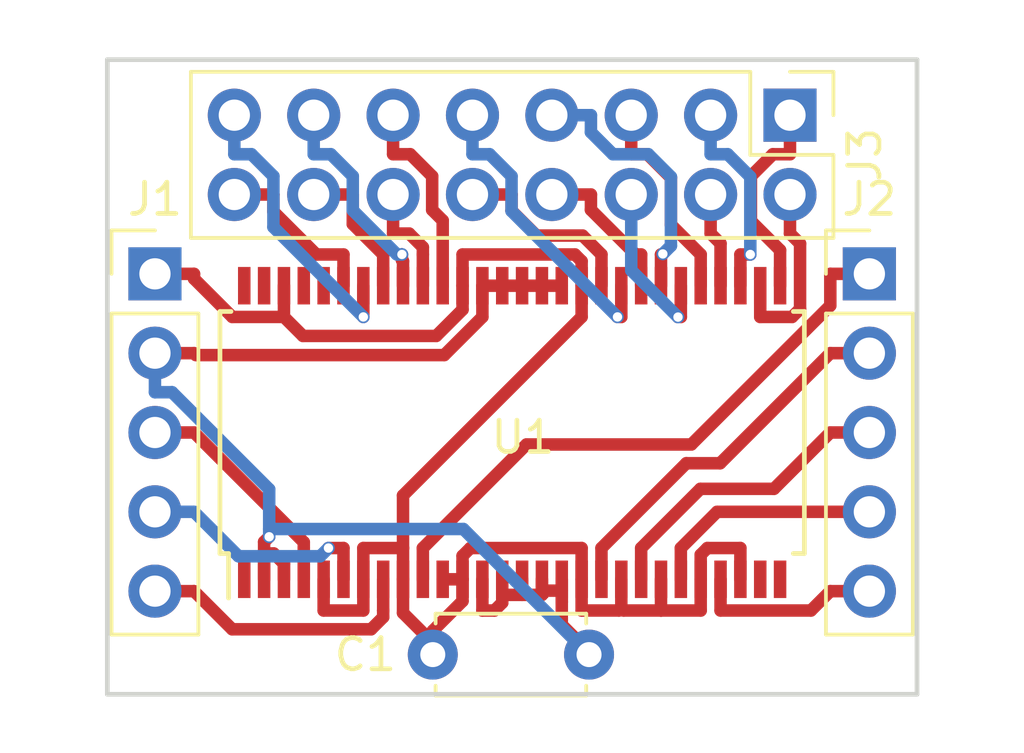
<source format=kicad_pcb>
(kicad_pcb (version 4) (host pcbnew 4.0.6)

  (general
    (links 51)
    (no_connects 0)
    (area 132.126667 91.486666 165.053334 115.907)
    (thickness 1.6)
    (drawings 4)
    (tracks 232)
    (zones 0)
    (modules 5)
    (nets 34)
  )

  (page A4)
  (layers
    (0 F.Cu signal)
    (31 B.Cu signal)
    (32 B.Adhes user)
    (33 F.Adhes user)
    (34 B.Paste user)
    (35 F.Paste user)
    (36 B.SilkS user)
    (37 F.SilkS user)
    (38 B.Mask user)
    (39 F.Mask user)
    (40 Dwgs.User user)
    (41 Cmts.User user)
    (42 Eco1.User user)
    (43 Eco2.User user)
    (44 Edge.Cuts user)
    (45 Margin user)
    (46 B.CrtYd user)
    (47 F.CrtYd user)
    (48 B.Fab user)
    (49 F.Fab user)
  )

  (setup
    (last_trace_width 0.4)
    (trace_clearance 0.2)
    (zone_clearance 0.508)
    (zone_45_only no)
    (trace_min 0.2)
    (segment_width 0.2)
    (edge_width 0.15)
    (via_size 0.4)
    (via_drill 0.3)
    (via_min_size 0.4)
    (via_min_drill 0.3)
    (uvia_size 0.3)
    (uvia_drill 0.1)
    (uvias_allowed no)
    (uvia_min_size 0.2)
    (uvia_min_drill 0.1)
    (pcb_text_width 0.3)
    (pcb_text_size 1.5 1.5)
    (mod_edge_width 0.15)
    (mod_text_size 1 1)
    (mod_text_width 0.15)
    (pad_size 1.524 1.524)
    (pad_drill 0.762)
    (pad_to_mask_clearance 0.2)
    (aux_axis_origin 0 0)
    (visible_elements FFFFFF7F)
    (pcbplotparams
      (layerselection 0x010f0_80000001)
      (usegerberextensions true)
      (excludeedgelayer true)
      (linewidth 0.100000)
      (plotframeref false)
      (viasonmask false)
      (mode 1)
      (useauxorigin false)
      (hpglpennumber 1)
      (hpglpenspeed 20)
      (hpglpendiameter 15)
      (hpglpenoverlay 2)
      (psnegative false)
      (psa4output false)
      (plotreference true)
      (plotvalue true)
      (plotinvisibletext false)
      (padsonsilk false)
      (subtractmaskfromsilk false)
      (outputformat 1)
      (mirror false)
      (drillshape 0)
      (scaleselection 1)
      (outputdirectory sn75lbc175n_breakout.gerbers/))
  )

  (net 0 "")
  (net 1 /VCC)
  (net 2 /GND)
  (net 3 /1A)
  (net 4 /2A)
  (net 5 /3A)
  (net 6 /4A)
  (net 7 /5A)
  (net 8 /6A)
  (net 9 /7A)
  (net 10 /8A)
  (net 11 /1B-)
  (net 12 /1B+)
  (net 13 /2B-)
  (net 14 /2B+)
  (net 15 /3B-)
  (net 16 /3B+)
  (net 17 /4B-)
  (net 18 /4B+)
  (net 19 /5B+)
  (net 20 /6B-)
  (net 21 /6B+)
  (net 22 /7B-)
  (net 23 /7B+)
  (net 24 "Net-(U1-Pad1)")
  (net 25 "Net-(U1-Pad27)")
  (net 26 "Net-(U1-Pad28)")
  (net 27 /5B-)
  (net 28 /8B-)
  (net 29 "Net-(U1-Pad52)")
  (net 30 "Net-(U1-Pad53)")
  (net 31 "Net-(U1-Pad55)")
  (net 32 "Net-(U1-Pad56)")
  (net 33 /8B+)

  (net_class Default "This is the default net class."
    (clearance 0.2)
    (trace_width 0.4)
    (via_dia 0.4)
    (via_drill 0.3)
    (uvia_dia 0.3)
    (uvia_drill 0.1)
    (add_net /1A)
    (add_net /1B+)
    (add_net /1B-)
    (add_net /2A)
    (add_net /2B+)
    (add_net /2B-)
    (add_net /3A)
    (add_net /3B+)
    (add_net /3B-)
    (add_net /4A)
    (add_net /4B+)
    (add_net /4B-)
    (add_net /5A)
    (add_net /5B+)
    (add_net /5B-)
    (add_net /6A)
    (add_net /6B+)
    (add_net /6B-)
    (add_net /7A)
    (add_net /7B+)
    (add_net /7B-)
    (add_net /8A)
    (add_net /8B+)
    (add_net /8B-)
    (add_net /GND)
    (add_net /VCC)
    (add_net "Net-(U1-Pad1)")
    (add_net "Net-(U1-Pad27)")
    (add_net "Net-(U1-Pad28)")
    (add_net "Net-(U1-Pad52)")
    (add_net "Net-(U1-Pad53)")
    (add_net "Net-(U1-Pad55)")
    (add_net "Net-(U1-Pad56)")
  )

  (module Housings_SSOP:SSOP-56_7.5x18.5mm_Pitch0.635mm (layer F.Cu) (tedit 59066A0C) (tstamp 59065B67)
    (at 148.59 105.41 90)
    (descr "SSOP56: plastic shrink small outline package; 56 leads; body width 7.5 mm; (see NXP SSOP-TSSOP-VSO-REFLOW.pdf and sot371-1_po.pdf)")
    (tags "SSOP 0.635")
    (path /5904BED1)
    (attr smd)
    (fp_text reference U1 (at -0.152 0.343 180) (layer F.SilkS)
      (effects (font (size 1 1) (thickness 0.15)))
    )
    (fp_text value sn75lbc978 (at 0 10.275 90) (layer F.Fab)
      (effects (font (size 1 1) (thickness 0.15)))
    )
    (fp_line (start -2.75 -9.25) (end 3.75 -9.25) (layer F.Fab) (width 0.15))
    (fp_line (start 3.75 -9.25) (end 3.75 9.25) (layer F.Fab) (width 0.15))
    (fp_line (start 3.75 9.25) (end -3.75 9.25) (layer F.Fab) (width 0.15))
    (fp_line (start -3.75 9.25) (end -3.75 -8.25) (layer F.Fab) (width 0.15))
    (fp_line (start -3.75 -8.25) (end -2.75 -9.25) (layer F.Fab) (width 0.15))
    (fp_line (start -5.55 -9.55) (end -5.55 9.55) (layer F.CrtYd) (width 0.05))
    (fp_line (start 5.55 -9.55) (end 5.55 9.55) (layer F.CrtYd) (width 0.05))
    (fp_line (start -5.55 -9.55) (end 5.55 -9.55) (layer F.CrtYd) (width 0.05))
    (fp_line (start -5.55 9.55) (end 5.55 9.55) (layer F.CrtYd) (width 0.05))
    (fp_line (start -3.875 -9.35) (end -3.875 -9.075) (layer F.SilkS) (width 0.15))
    (fp_line (start 3.875 -9.35) (end 3.875 -8.9975) (layer F.SilkS) (width 0.15))
    (fp_line (start 3.875 9.35) (end 3.875 8.9975) (layer F.SilkS) (width 0.15))
    (fp_line (start -3.875 9.35) (end -3.875 8.9975) (layer F.SilkS) (width 0.15))
    (fp_line (start -3.875 -9.35) (end 3.875 -9.35) (layer F.SilkS) (width 0.15))
    (fp_line (start -3.875 9.35) (end 3.875 9.35) (layer F.SilkS) (width 0.15))
    (fp_line (start -3.875 -9.075) (end -5.3 -9.075) (layer F.SilkS) (width 0.15))
    (pad 1 smd rect (at -4.7 -8.5725 90) (size 1.2 0.4) (layers F.Cu F.Paste F.Mask)
      (net 24 "Net-(U1-Pad1)"))
    (pad 2 smd rect (at -4.7 -7.9375 90) (size 1.2 0.4) (layers F.Cu F.Paste F.Mask)
      (net 2 /GND))
    (pad 3 smd rect (at -4.7 -7.3025 90) (size 1.2 0.4) (layers F.Cu F.Paste F.Mask)
      (net 2 /GND))
    (pad 4 smd rect (at -4.7 -6.6675 90) (size 1.2 0.4) (layers F.Cu F.Paste F.Mask)
      (net 3 /1A))
    (pad 5 smd rect (at -4.7 -6.0325 90) (size 1.2 0.4) (layers F.Cu F.Paste F.Mask)
      (net 1 /VCC))
    (pad 6 smd rect (at -4.7 -5.3975 90) (size 1.2 0.4) (layers F.Cu F.Paste F.Mask)
      (net 4 /2A))
    (pad 7 smd rect (at -4.7 -4.7625 90) (size 1.2 0.4) (layers F.Cu F.Paste F.Mask)
      (net 1 /VCC))
    (pad 8 smd rect (at -4.7 -4.1275 90) (size 1.2 0.4) (layers F.Cu F.Paste F.Mask)
      (net 5 /3A))
    (pad 9 smd rect (at -4.7 -3.4925 90) (size 1.2 0.4) (layers F.Cu F.Paste F.Mask)
      (net 1 /VCC))
    (pad 10 smd rect (at -4.7 -2.8575 90) (size 1.2 0.4) (layers F.Cu F.Paste F.Mask)
      (net 6 /4A))
    (pad 11 smd rect (at -4.7 -2.2225 90) (size 1.2 0.4) (layers F.Cu F.Paste F.Mask)
      (net 1 /VCC))
    (pad 12 smd rect (at -4.7 -1.5875 90) (size 1.2 0.4) (layers F.Cu F.Paste F.Mask)
      (net 1 /VCC))
    (pad 13 smd rect (at -4.7 -0.9525 90) (size 1.2 0.4) (layers F.Cu F.Paste F.Mask)
      (net 2 /GND))
    (pad 14 smd rect (at -4.7 -0.3175 90) (size 1.2 0.4) (layers F.Cu F.Paste F.Mask)
      (net 2 /GND))
    (pad 15 smd rect (at -4.7 0.3175 90) (size 1.2 0.4) (layers F.Cu F.Paste F.Mask)
      (net 2 /GND))
    (pad 16 smd rect (at -4.7 0.9525 90) (size 1.2 0.4) (layers F.Cu F.Paste F.Mask)
      (net 2 /GND))
    (pad 17 smd rect (at -4.7 1.5875 90) (size 1.2 0.4) (layers F.Cu F.Paste F.Mask)
      (net 2 /GND))
    (pad 18 smd rect (at -4.7 2.2225 90) (size 1.2 0.4) (layers F.Cu F.Paste F.Mask)
      (net 1 /VCC))
    (pad 19 smd rect (at -4.7 2.8575 90) (size 1.2 0.4) (layers F.Cu F.Paste F.Mask)
      (net 7 /5A))
    (pad 20 smd rect (at -4.7 3.4925 90) (size 1.2 0.4) (layers F.Cu F.Paste F.Mask)
      (net 1 /VCC))
    (pad 21 smd rect (at -4.7 4.1275 90) (size 1.2 0.4) (layers F.Cu F.Paste F.Mask)
      (net 8 /6A))
    (pad 22 smd rect (at -4.7 4.7625 90) (size 1.2 0.4) (layers F.Cu F.Paste F.Mask)
      (net 1 /VCC))
    (pad 23 smd rect (at -4.7 5.3975 90) (size 1.2 0.4) (layers F.Cu F.Paste F.Mask)
      (net 9 /7A))
    (pad 24 smd rect (at -4.7 6.0325 90) (size 1.2 0.4) (layers F.Cu F.Paste F.Mask)
      (net 1 /VCC))
    (pad 25 smd rect (at -4.7 6.6675 90) (size 1.2 0.4) (layers F.Cu F.Paste F.Mask)
      (net 10 /8A))
    (pad 26 smd rect (at -4.7 7.3025 90) (size 1.2 0.4) (layers F.Cu F.Paste F.Mask)
      (net 1 /VCC))
    (pad 27 smd rect (at -4.7 7.9375 90) (size 1.2 0.4) (layers F.Cu F.Paste F.Mask)
      (net 25 "Net-(U1-Pad27)"))
    (pad 28 smd rect (at -4.7 8.5725 90) (size 1.2 0.4) (layers F.Cu F.Paste F.Mask)
      (net 26 "Net-(U1-Pad28)"))
    (pad 29 smd rect (at 4.7 8.5725 90) (size 1.2 0.4) (layers F.Cu F.Paste F.Mask)
      (net 11 /1B-))
    (pad 30 smd rect (at 4.7 7.9375 90) (size 1.2 0.4) (layers F.Cu F.Paste F.Mask)
      (net 12 /1B+))
    (pad 31 smd rect (at 4.7 7.3025 90) (size 1.2 0.4) (layers F.Cu F.Paste F.Mask)
      (net 13 /2B-))
    (pad 32 smd rect (at 4.7 6.6675 90) (size 1.2 0.4) (layers F.Cu F.Paste F.Mask)
      (net 14 /2B+))
    (pad 33 smd rect (at 4.7 6.0325 90) (size 1.2 0.4) (layers F.Cu F.Paste F.Mask)
      (net 15 /3B-))
    (pad 34 smd rect (at 4.7 5.3975 90) (size 1.2 0.4) (layers F.Cu F.Paste F.Mask)
      (net 16 /3B+))
    (pad 35 smd rect (at 4.7 4.7625 90) (size 1.2 0.4) (layers F.Cu F.Paste F.Mask)
      (net 17 /4B-))
    (pad 36 smd rect (at 4.7 4.1275 90) (size 1.2 0.4) (layers F.Cu F.Paste F.Mask)
      (net 18 /4B+))
    (pad 37 smd rect (at 4.7 3.4925 90) (size 1.2 0.4) (layers F.Cu F.Paste F.Mask)
      (net 27 /5B-))
    (pad 38 smd rect (at 4.7 2.8575 90) (size 1.2 0.4) (layers F.Cu F.Paste F.Mask)
      (net 19 /5B+))
    (pad 39 smd rect (at 4.7 2.2225 90) (size 1.2 0.4) (layers F.Cu F.Paste F.Mask)
      (net 1 /VCC))
    (pad 40 smd rect (at 4.7 1.5875 90) (size 1.2 0.4) (layers F.Cu F.Paste F.Mask)
      (net 2 /GND))
    (pad 41 smd rect (at 4.7 0.9525 90) (size 1.2 0.4) (layers F.Cu F.Paste F.Mask)
      (net 2 /GND))
    (pad 42 smd rect (at 4.7 0.3175 90) (size 1.2 0.4) (layers F.Cu F.Paste F.Mask)
      (net 2 /GND))
    (pad 43 smd rect (at 4.7 -0.3175 90) (size 1.2 0.4) (layers F.Cu F.Paste F.Mask)
      (net 2 /GND))
    (pad 44 smd rect (at 4.7 -0.9525 90) (size 1.2 0.4) (layers F.Cu F.Paste F.Mask)
      (net 2 /GND))
    (pad 45 smd rect (at 4.7 -1.5875 90) (size 1.2 0.4) (layers F.Cu F.Paste F.Mask)
      (net 1 /VCC))
    (pad 46 smd rect (at 4.7 -2.2225 90) (size 1.2 0.4) (layers F.Cu F.Paste F.Mask)
      (net 20 /6B-))
    (pad 47 smd rect (at 4.7 -2.8575 90) (size 1.2 0.4) (layers F.Cu F.Paste F.Mask)
      (net 21 /6B+))
    (pad 48 smd rect (at 4.7 -3.4925 90) (size 1.2 0.4) (layers F.Cu F.Paste F.Mask)
      (net 22 /7B-))
    (pad 49 smd rect (at 4.7 -4.1275 90) (size 1.2 0.4) (layers F.Cu F.Paste F.Mask)
      (net 23 /7B+))
    (pad 50 smd rect (at 4.7 -4.7625 90) (size 1.2 0.4) (layers F.Cu F.Paste F.Mask)
      (net 28 /8B-))
    (pad 51 smd rect (at 4.7 -5.3975 90) (size 1.2 0.4) (layers F.Cu F.Paste F.Mask)
      (net 33 /8B+))
    (pad 52 smd rect (at 4.7 -6.0325 90) (size 1.2 0.4) (layers F.Cu F.Paste F.Mask)
      (net 29 "Net-(U1-Pad52)"))
    (pad 53 smd rect (at 4.7 -6.6675 90) (size 1.2 0.4) (layers F.Cu F.Paste F.Mask)
      (net 30 "Net-(U1-Pad53)"))
    (pad 54 smd rect (at 4.7 -7.3025 90) (size 1.2 0.4) (layers F.Cu F.Paste F.Mask)
      (net 1 /VCC))
    (pad 55 smd rect (at 4.7 -7.9375 90) (size 1.2 0.4) (layers F.Cu F.Paste F.Mask)
      (net 31 "Net-(U1-Pad55)"))
    (pad 56 smd rect (at 4.7 -8.5725 90) (size 1.2 0.4) (layers F.Cu F.Paste F.Mask)
      (net 32 "Net-(U1-Pad56)"))
    (model Housings_SSOP.3dshapes/SSOP-56_7.5x18.5mm_Pitch0.635mm.wrl
      (at (xyz 0 0 0))
      (scale (xyz 1 1 1))
      (rotate (xyz 0 0 0))
    )
  )

  (module Capacitors_THT:C_Disc_D4.7mm_W2.5mm_P5.00mm (layer F.Cu) (tedit 59066A13) (tstamp 59066575)
    (at 146.05 112.522)
    (descr "C, Disc series, Radial, pin pitch=5.00mm, , diameter*width=4.7*2.5mm^2, Capacitor, http://www.vishay.com/docs/45233/krseries.pdf")
    (tags "C Disc series Radial pin pitch 5.00mm  diameter 4.7mm width 2.5mm Capacitor")
    (path /590669E9)
    (fp_text reference C1 (at -2.159 0) (layer F.SilkS)
      (effects (font (size 1 1) (thickness 0.15)))
    )
    (fp_text value C (at 2.5 2.31) (layer F.Fab)
      (effects (font (size 1 1) (thickness 0.15)))
    )
    (fp_line (start 0.15 -1.25) (end 0.15 1.25) (layer F.Fab) (width 0.1))
    (fp_line (start 0.15 1.25) (end 4.85 1.25) (layer F.Fab) (width 0.1))
    (fp_line (start 4.85 1.25) (end 4.85 -1.25) (layer F.Fab) (width 0.1))
    (fp_line (start 4.85 -1.25) (end 0.15 -1.25) (layer F.Fab) (width 0.1))
    (fp_line (start 0.09 -1.31) (end 4.91 -1.31) (layer F.SilkS) (width 0.12))
    (fp_line (start 0.09 1.31) (end 4.91 1.31) (layer F.SilkS) (width 0.12))
    (fp_line (start 0.09 -1.31) (end 0.09 -0.996) (layer F.SilkS) (width 0.12))
    (fp_line (start 0.09 0.996) (end 0.09 1.31) (layer F.SilkS) (width 0.12))
    (fp_line (start 4.91 -1.31) (end 4.91 -0.996) (layer F.SilkS) (width 0.12))
    (fp_line (start 4.91 0.996) (end 4.91 1.31) (layer F.SilkS) (width 0.12))
    (fp_line (start -1.05 -1.6) (end -1.05 1.6) (layer F.CrtYd) (width 0.05))
    (fp_line (start -1.05 1.6) (end 6.05 1.6) (layer F.CrtYd) (width 0.05))
    (fp_line (start 6.05 1.6) (end 6.05 -1.6) (layer F.CrtYd) (width 0.05))
    (fp_line (start 6.05 -1.6) (end -1.05 -1.6) (layer F.CrtYd) (width 0.05))
    (pad 1 thru_hole circle (at 0 0) (size 1.6 1.6) (drill 0.8) (layers *.Cu *.Mask)
      (net 1 /VCC))
    (pad 2 thru_hole circle (at 5 0) (size 1.6 1.6) (drill 0.8) (layers *.Cu *.Mask)
      (net 2 /GND))
    (model Capacitors_THT.3dshapes/C_Disc_D4.7mm_W2.5mm_P5.00mm.wrl
      (at (xyz 0 0 0))
      (scale (xyz 0.393701 0.393701 0.393701))
      (rotate (xyz 0 0 0))
    )
  )

  (module Pin_Headers:Pin_Header_Straight_1x05_Pitch2.54mm (layer F.Cu) (tedit 5862ED52) (tstamp 59066942)
    (at 137.16 100.33)
    (descr "Through hole straight pin header, 1x05, 2.54mm pitch, single row")
    (tags "Through hole pin header THT 1x05 2.54mm single row")
    (path /5906745F)
    (fp_text reference J1 (at 0 -2.39) (layer F.SilkS)
      (effects (font (size 1 1) (thickness 0.15)))
    )
    (fp_text value CONN_01X05 (at 0 12.55) (layer F.Fab)
      (effects (font (size 1 1) (thickness 0.15)))
    )
    (fp_line (start -1.27 -1.27) (end -1.27 11.43) (layer F.Fab) (width 0.1))
    (fp_line (start -1.27 11.43) (end 1.27 11.43) (layer F.Fab) (width 0.1))
    (fp_line (start 1.27 11.43) (end 1.27 -1.27) (layer F.Fab) (width 0.1))
    (fp_line (start 1.27 -1.27) (end -1.27 -1.27) (layer F.Fab) (width 0.1))
    (fp_line (start -1.39 1.27) (end -1.39 11.55) (layer F.SilkS) (width 0.12))
    (fp_line (start -1.39 11.55) (end 1.39 11.55) (layer F.SilkS) (width 0.12))
    (fp_line (start 1.39 11.55) (end 1.39 1.27) (layer F.SilkS) (width 0.12))
    (fp_line (start 1.39 1.27) (end -1.39 1.27) (layer F.SilkS) (width 0.12))
    (fp_line (start -1.39 0) (end -1.39 -1.39) (layer F.SilkS) (width 0.12))
    (fp_line (start -1.39 -1.39) (end 0 -1.39) (layer F.SilkS) (width 0.12))
    (fp_line (start -1.6 -1.6) (end -1.6 11.7) (layer F.CrtYd) (width 0.05))
    (fp_line (start -1.6 11.7) (end 1.6 11.7) (layer F.CrtYd) (width 0.05))
    (fp_line (start 1.6 11.7) (end 1.6 -1.6) (layer F.CrtYd) (width 0.05))
    (fp_line (start 1.6 -1.6) (end -1.6 -1.6) (layer F.CrtYd) (width 0.05))
    (pad 1 thru_hole rect (at 0 0) (size 1.7 1.7) (drill 1) (layers *.Cu *.Mask)
      (net 1 /VCC))
    (pad 2 thru_hole oval (at 0 2.54) (size 1.7 1.7) (drill 1) (layers *.Cu *.Mask)
      (net 2 /GND))
    (pad 3 thru_hole oval (at 0 5.08) (size 1.7 1.7) (drill 1) (layers *.Cu *.Mask)
      (net 3 /1A))
    (pad 4 thru_hole oval (at 0 7.62) (size 1.7 1.7) (drill 1) (layers *.Cu *.Mask)
      (net 4 /2A))
    (pad 5 thru_hole oval (at 0 10.16) (size 1.7 1.7) (drill 1) (layers *.Cu *.Mask)
      (net 5 /3A))
    (model Pin_Headers.3dshapes/Pin_Header_Straight_1x05_Pitch2.54mm.wrl
      (at (xyz 0 -0.2 0))
      (scale (xyz 1 1 1))
      (rotate (xyz 0 0 90))
    )
  )

  (module Pin_Headers:Pin_Header_Straight_1x05_Pitch2.54mm (layer F.Cu) (tedit 5862ED52) (tstamp 5906694B)
    (at 160.02 100.33)
    (descr "Through hole straight pin header, 1x05, 2.54mm pitch, single row")
    (tags "Through hole pin header THT 1x05 2.54mm single row")
    (path /590674C6)
    (fp_text reference J2 (at 0 -2.39) (layer F.SilkS)
      (effects (font (size 1 1) (thickness 0.15)))
    )
    (fp_text value CONN_01X05 (at 0 12.55) (layer F.Fab)
      (effects (font (size 1 1) (thickness 0.15)))
    )
    (fp_line (start -1.27 -1.27) (end -1.27 11.43) (layer F.Fab) (width 0.1))
    (fp_line (start -1.27 11.43) (end 1.27 11.43) (layer F.Fab) (width 0.1))
    (fp_line (start 1.27 11.43) (end 1.27 -1.27) (layer F.Fab) (width 0.1))
    (fp_line (start 1.27 -1.27) (end -1.27 -1.27) (layer F.Fab) (width 0.1))
    (fp_line (start -1.39 1.27) (end -1.39 11.55) (layer F.SilkS) (width 0.12))
    (fp_line (start -1.39 11.55) (end 1.39 11.55) (layer F.SilkS) (width 0.12))
    (fp_line (start 1.39 11.55) (end 1.39 1.27) (layer F.SilkS) (width 0.12))
    (fp_line (start 1.39 1.27) (end -1.39 1.27) (layer F.SilkS) (width 0.12))
    (fp_line (start -1.39 0) (end -1.39 -1.39) (layer F.SilkS) (width 0.12))
    (fp_line (start -1.39 -1.39) (end 0 -1.39) (layer F.SilkS) (width 0.12))
    (fp_line (start -1.6 -1.6) (end -1.6 11.7) (layer F.CrtYd) (width 0.05))
    (fp_line (start -1.6 11.7) (end 1.6 11.7) (layer F.CrtYd) (width 0.05))
    (fp_line (start 1.6 11.7) (end 1.6 -1.6) (layer F.CrtYd) (width 0.05))
    (fp_line (start 1.6 -1.6) (end -1.6 -1.6) (layer F.CrtYd) (width 0.05))
    (pad 1 thru_hole rect (at 0 0) (size 1.7 1.7) (drill 1) (layers *.Cu *.Mask)
      (net 6 /4A))
    (pad 2 thru_hole oval (at 0 2.54) (size 1.7 1.7) (drill 1) (layers *.Cu *.Mask)
      (net 7 /5A))
    (pad 3 thru_hole oval (at 0 5.08) (size 1.7 1.7) (drill 1) (layers *.Cu *.Mask)
      (net 8 /6A))
    (pad 4 thru_hole oval (at 0 7.62) (size 1.7 1.7) (drill 1) (layers *.Cu *.Mask)
      (net 9 /7A))
    (pad 5 thru_hole oval (at 0 10.16) (size 1.7 1.7) (drill 1) (layers *.Cu *.Mask)
      (net 10 /8A))
    (model Pin_Headers.3dshapes/Pin_Header_Straight_1x05_Pitch2.54mm.wrl
      (at (xyz 0 -0.2 0))
      (scale (xyz 1 1 1))
      (rotate (xyz 0 0 90))
    )
  )

  (module Pin_Headers:Pin_Header_Straight_2x08_Pitch2.54mm (layer F.Cu) (tedit 5862ED53) (tstamp 5906695F)
    (at 157.48 95.25 270)
    (descr "Through hole straight pin header, 2x08, 2.54mm pitch, double rows")
    (tags "Through hole pin header THT 2x08 2.54mm double row")
    (path /5906733E)
    (fp_text reference J3 (at 1.27 -2.39 270) (layer F.SilkS)
      (effects (font (size 1 1) (thickness 0.15)))
    )
    (fp_text value CONN_02X08 (at 1.27 20.17 270) (layer F.Fab)
      (effects (font (size 1 1) (thickness 0.15)))
    )
    (fp_line (start -1.27 -1.27) (end -1.27 19.05) (layer F.Fab) (width 0.1))
    (fp_line (start -1.27 19.05) (end 3.81 19.05) (layer F.Fab) (width 0.1))
    (fp_line (start 3.81 19.05) (end 3.81 -1.27) (layer F.Fab) (width 0.1))
    (fp_line (start 3.81 -1.27) (end -1.27 -1.27) (layer F.Fab) (width 0.1))
    (fp_line (start -1.39 1.27) (end -1.39 19.17) (layer F.SilkS) (width 0.12))
    (fp_line (start -1.39 19.17) (end 3.93 19.17) (layer F.SilkS) (width 0.12))
    (fp_line (start 3.93 19.17) (end 3.93 -1.39) (layer F.SilkS) (width 0.12))
    (fp_line (start 3.93 -1.39) (end 1.27 -1.39) (layer F.SilkS) (width 0.12))
    (fp_line (start 1.27 -1.39) (end 1.27 1.27) (layer F.SilkS) (width 0.12))
    (fp_line (start 1.27 1.27) (end -1.39 1.27) (layer F.SilkS) (width 0.12))
    (fp_line (start -1.39 0) (end -1.39 -1.39) (layer F.SilkS) (width 0.12))
    (fp_line (start -1.39 -1.39) (end 0 -1.39) (layer F.SilkS) (width 0.12))
    (fp_line (start -1.6 -1.6) (end -1.6 19.3) (layer F.CrtYd) (width 0.05))
    (fp_line (start -1.6 19.3) (end 4.1 19.3) (layer F.CrtYd) (width 0.05))
    (fp_line (start 4.1 19.3) (end 4.1 -1.6) (layer F.CrtYd) (width 0.05))
    (fp_line (start 4.1 -1.6) (end -1.6 -1.6) (layer F.CrtYd) (width 0.05))
    (pad 1 thru_hole rect (at 0 0 270) (size 1.7 1.7) (drill 1) (layers *.Cu *.Mask)
      (net 11 /1B-))
    (pad 2 thru_hole oval (at 2.54 0 270) (size 1.7 1.7) (drill 1) (layers *.Cu *.Mask)
      (net 12 /1B+))
    (pad 3 thru_hole oval (at 0 2.54 270) (size 1.7 1.7) (drill 1) (layers *.Cu *.Mask)
      (net 13 /2B-))
    (pad 4 thru_hole oval (at 2.54 2.54 270) (size 1.7 1.7) (drill 1) (layers *.Cu *.Mask)
      (net 14 /2B+))
    (pad 5 thru_hole oval (at 0 5.08 270) (size 1.7 1.7) (drill 1) (layers *.Cu *.Mask)
      (net 15 /3B-))
    (pad 6 thru_hole oval (at 2.54 5.08 270) (size 1.7 1.7) (drill 1) (layers *.Cu *.Mask)
      (net 16 /3B+))
    (pad 7 thru_hole oval (at 0 7.62 270) (size 1.7 1.7) (drill 1) (layers *.Cu *.Mask)
      (net 17 /4B-))
    (pad 8 thru_hole oval (at 2.54 7.62 270) (size 1.7 1.7) (drill 1) (layers *.Cu *.Mask)
      (net 18 /4B+))
    (pad 9 thru_hole oval (at 0 10.16 270) (size 1.7 1.7) (drill 1) (layers *.Cu *.Mask)
      (net 27 /5B-))
    (pad 10 thru_hole oval (at 2.54 10.16 270) (size 1.7 1.7) (drill 1) (layers *.Cu *.Mask)
      (net 19 /5B+))
    (pad 11 thru_hole oval (at 0 12.7 270) (size 1.7 1.7) (drill 1) (layers *.Cu *.Mask)
      (net 20 /6B-))
    (pad 12 thru_hole oval (at 2.54 12.7 270) (size 1.7 1.7) (drill 1) (layers *.Cu *.Mask)
      (net 21 /6B+))
    (pad 13 thru_hole oval (at 0 15.24 270) (size 1.7 1.7) (drill 1) (layers *.Cu *.Mask)
      (net 22 /7B-))
    (pad 14 thru_hole oval (at 2.54 15.24 270) (size 1.7 1.7) (drill 1) (layers *.Cu *.Mask)
      (net 23 /7B+))
    (pad 15 thru_hole oval (at 0 17.78 270) (size 1.7 1.7) (drill 1) (layers *.Cu *.Mask)
      (net 28 /8B-))
    (pad 16 thru_hole oval (at 2.54 17.78 270) (size 1.7 1.7) (drill 1) (layers *.Cu *.Mask)
      (net 33 /8B+))
    (model Pin_Headers.3dshapes/Pin_Header_Straight_2x08_Pitch2.54mm.wrl
      (at (xyz 0.05 -0.35 0))
      (scale (xyz 1 1 1))
      (rotate (xyz 0 0 90))
    )
  )

  (gr_line (start 135.636 113.792) (end 135.636 93.472) (angle 90) (layer Edge.Cuts) (width 0.15))
  (gr_line (start 161.544 113.792) (end 135.636 113.792) (angle 90) (layer Edge.Cuts) (width 0.15))
  (gr_line (start 161.544 93.472) (end 161.544 113.792) (angle 90) (layer Edge.Cuts) (width 0.15))
  (gr_line (start 135.636 93.472) (end 161.544 93.472) (angle 90) (layer Edge.Cuts) (width 0.15))

  (segment (start 155.8925 110.11) (end 155.8925 109.1097) (width 0.4) (layer F.Cu) (net 1))
  (segment (start 152.0825 110.11) (end 152.0825 110.9602) (width 0.4) (layer F.Cu) (net 1))
  (segment (start 150.8125 110.11) (end 150.8125 111.1103) (width 0.4) (layer F.Cu) (net 1))
  (segment (start 146.05 112.522) (end 146.05 112.141) (width 0.4) (layer F.Cu) (net 1))
  (segment (start 143.8275 111.1103) (end 142.5575 111.1103) (width 0.4) (layer F.Cu) (net 1))
  (segment (start 143.8275 110.11) (end 143.8275 111.1103) (width 0.4) (layer F.Cu) (net 1))
  (segment (start 142.5575 110.11) (end 142.5575 111.1103) (width 0.4) (layer F.Cu) (net 1))
  (segment (start 147.002 110.808) (end 147.002 110.11) (width 0.4) (layer F.Cu) (net 1))
  (segment (start 146.05 111.76) (end 147.002 110.808) (width 0.4) (layer F.Cu) (net 1))
  (segment (start 146.05 112.141) (end 146.05 111.76) (width 0.4) (layer F.Cu) (net 1))
  (segment (start 150.8125 110.11) (end 150.8125 109.1097) (width 0.4) (layer F.Cu) (net 1))
  (segment (start 147.252 109.1097) (end 150.8125 109.1097) (width 0.4) (layer F.Cu) (net 1))
  (segment (start 147.002 109.3597) (end 147.252 109.1097) (width 0.4) (layer F.Cu) (net 1))
  (segment (start 147.002 110.11) (end 147.002 109.3597) (width 0.4) (layer F.Cu) (net 1))
  (segment (start 146.3675 110.11) (end 147.002 110.11) (width 0.4) (layer F.Cu) (net 1))
  (segment (start 147.002 110.11) (end 147.0025 110.11) (width 0.4) (layer F.Cu) (net 1))
  (segment (start 153.3525 110.11) (end 153.3525 111.1103) (width 0.4) (layer F.Cu) (net 1))
  (segment (start 152.1576 111.1103) (end 153.3525 111.1103) (width 0.4) (layer F.Cu) (net 1))
  (segment (start 152.0825 111.0352) (end 152.1576 111.1103) (width 0.4) (layer F.Cu) (net 1))
  (segment (start 152.0825 110.9602) (end 152.0825 111.0352) (width 0.4) (layer F.Cu) (net 1))
  (segment (start 152.0074 111.1103) (end 150.8125 111.1103) (width 0.4) (layer F.Cu) (net 1))
  (segment (start 152.0825 111.0352) (end 152.0074 111.1103) (width 0.4) (layer F.Cu) (net 1))
  (segment (start 154.6225 109.3238) (end 154.6225 110.11) (width 0.4) (layer F.Cu) (net 1))
  (segment (start 154.8366 109.1097) (end 154.6225 109.3238) (width 0.4) (layer F.Cu) (net 1))
  (segment (start 155.8925 109.1097) (end 154.8366 109.1097) (width 0.4) (layer F.Cu) (net 1))
  (segment (start 154.6225 111.1103) (end 153.3525 111.1103) (width 0.4) (layer F.Cu) (net 1))
  (segment (start 154.6225 110.11) (end 154.6225 111.1103) (width 0.4) (layer F.Cu) (net 1))
  (segment (start 141.8948 102.3176) (end 141.2875 101.7103) (width 0.4) (layer F.Cu) (net 1))
  (segment (start 146.1607 102.3176) (end 141.8948 102.3176) (width 0.4) (layer F.Cu) (net 1))
  (segment (start 147.0025 101.4758) (end 146.1607 102.3176) (width 0.4) (layer F.Cu) (net 1))
  (segment (start 147.0025 100.71) (end 147.0025 101.4758) (width 0.4) (layer F.Cu) (net 1))
  (segment (start 141.2875 100.71) (end 141.2875 101.7103) (width 0.4) (layer F.Cu) (net 1))
  (segment (start 139.6343 101.7103) (end 141.2875 101.7103) (width 0.4) (layer F.Cu) (net 1))
  (segment (start 138.4103 100.4863) (end 139.6343 101.7103) (width 0.4) (layer F.Cu) (net 1))
  (segment (start 138.4103 100.33) (end 138.4103 100.4863) (width 0.4) (layer F.Cu) (net 1))
  (segment (start 137.16 100.33) (end 138.4103 100.33) (width 0.4) (layer F.Cu) (net 1))
  (segment (start 147.0025 100.71) (end 147.0025 99.7097) (width 0.4) (layer F.Cu) (net 1))
  (segment (start 145.0975 111.1885) (end 145.0975 110.11) (width 0.4) (layer F.Cu) (net 1))
  (segment (start 146.05 112.141) (end 145.0975 111.1885) (width 0.4) (layer F.Cu) (net 1))
  (segment (start 145.0975 109.1097) (end 143.8275 109.1097) (width 0.4) (layer F.Cu) (net 1))
  (segment (start 145.0975 110.11) (end 145.0975 109.1097) (width 0.4) (layer F.Cu) (net 1))
  (segment (start 143.8275 110.11) (end 143.8275 109.1097) (width 0.4) (layer F.Cu) (net 1))
  (segment (start 150.8125 99.9238) (end 150.8125 100.71) (width 0.4) (layer F.Cu) (net 1))
  (segment (start 150.5984 99.7097) (end 150.8125 99.9238) (width 0.4) (layer F.Cu) (net 1))
  (segment (start 147.0025 99.7097) (end 150.5984 99.7097) (width 0.4) (layer F.Cu) (net 1))
  (segment (start 145.0975 107.4253) (end 145.0975 109.1097) (width 0.4) (layer F.Cu) (net 1))
  (segment (start 150.8125 101.7103) (end 145.0975 107.4253) (width 0.4) (layer F.Cu) (net 1))
  (segment (start 150.8125 100.71) (end 150.8125 101.7103) (width 0.4) (layer F.Cu) (net 1))
  (via (at 140.8152 108.7488) (size 0.4) (layers F.Cu B.Cu) (net 2))
  (segment (start 148.2725 110.11) (end 148.2725 110.6101) (width 0.4) (layer F.Cu) (net 2))
  (segment (start 147.6375 110.11) (end 147.6375 111.1103) (width 0.4) (layer F.Cu) (net 2))
  (segment (start 148.0225 111.1103) (end 147.6375 111.1103) (width 0.4) (layer F.Cu) (net 2))
  (segment (start 148.2725 110.8603) (end 148.0225 111.1103) (width 0.4) (layer F.Cu) (net 2))
  (segment (start 148.2725 110.6101) (end 148.2725 110.8603) (width 0.4) (layer F.Cu) (net 2))
  (segment (start 141.2875 110.11) (end 141.2875 109.6098) (width 0.4) (layer F.Cu) (net 2))
  (segment (start 140.6525 110.11) (end 140.6525 109.283) (width 0.4) (layer F.Cu) (net 2))
  (segment (start 140.9607 109.283) (end 140.6525 109.283) (width 0.4) (layer F.Cu) (net 2))
  (segment (start 141.2875 109.6098) (end 140.9607 109.283) (width 0.4) (layer F.Cu) (net 2))
  (segment (start 137.16 102.87) (end 137.16 104.1203) (width 0.4) (layer B.Cu) (net 2))
  (segment (start 148.9075 110.6101) (end 148.2725 110.6101) (width 0.4) (layer F.Cu) (net 2))
  (segment (start 148.9075 110.11) (end 148.9075 110.6101) (width 0.4) (layer F.Cu) (net 2))
  (segment (start 147.6375 100.71) (end 148.2725 100.71) (width 0.4) (layer F.Cu) (net 2))
  (segment (start 149.5425 110.6101) (end 148.9075 110.6101) (width 0.4) (layer F.Cu) (net 2))
  (segment (start 148.2725 100.71) (end 148.9075 100.71) (width 0.4) (layer F.Cu) (net 2))
  (segment (start 148.9075 100.71) (end 149.5425 100.71) (width 0.4) (layer F.Cu) (net 2))
  (segment (start 149.5425 100.71) (end 150.1775 100.71) (width 0.4) (layer F.Cu) (net 2))
  (segment (start 147.0287 108.5007) (end 140.8152 108.5007) (width 0.4) (layer B.Cu) (net 2))
  (segment (start 151.05 112.522) (end 147.0287 108.5007) (width 0.4) (layer B.Cu) (net 2))
  (segment (start 137.707 104.1203) (end 137.16 104.1203) (width 0.4) (layer B.Cu) (net 2))
  (segment (start 140.8152 107.2285) (end 137.707 104.1203) (width 0.4) (layer B.Cu) (net 2))
  (segment (start 140.8152 108.5007) (end 140.8152 107.2285) (width 0.4) (layer B.Cu) (net 2))
  (segment (start 140.8152 108.5007) (end 140.8152 108.7488) (width 0.4) (layer B.Cu) (net 2))
  (segment (start 140.6525 108.9115) (end 140.8152 108.7488) (width 0.4) (layer F.Cu) (net 2))
  (segment (start 140.6525 109.283) (end 140.6525 108.9115) (width 0.4) (layer F.Cu) (net 2))
  (segment (start 147.6375 100.71) (end 147.6375 101.7103) (width 0.4) (layer F.Cu) (net 2))
  (segment (start 146.4157 102.9321) (end 147.6375 101.7103) (width 0.4) (layer F.Cu) (net 2))
  (segment (start 138.4724 102.9321) (end 146.4157 102.9321) (width 0.4) (layer F.Cu) (net 2))
  (segment (start 138.4103 102.87) (end 138.4724 102.9321) (width 0.4) (layer F.Cu) (net 2))
  (segment (start 137.16 102.87) (end 138.4103 102.87) (width 0.4) (layer F.Cu) (net 2))
  (segment (start 150.178 111.57) (end 150.178 110.84) (width 0.4) (layer F.Cu) (net 2))
  (segment (start 151.05 112.442) (end 150.178 111.57) (width 0.4) (layer F.Cu) (net 2))
  (segment (start 151.05 112.522) (end 151.05 112.442) (width 0.4) (layer F.Cu) (net 2))
  (segment (start 150.178 110.84) (end 150.178 110.11) (width 0.4) (layer F.Cu) (net 2))
  (segment (start 150.1775 110.4747) (end 149.5425 110.4747) (width 0.4) (layer F.Cu) (net 2))
  (segment (start 150.1775 110.8395) (end 150.1775 110.4747) (width 0.4) (layer F.Cu) (net 2))
  (segment (start 150.178 110.84) (end 150.1775 110.8395) (width 0.4) (layer F.Cu) (net 2))
  (segment (start 150.1775 110.4747) (end 150.1775 110.11) (width 0.4) (layer F.Cu) (net 2))
  (segment (start 149.5425 110.11) (end 149.5425 110.4747) (width 0.4) (layer F.Cu) (net 2))
  (segment (start 149.5425 110.4747) (end 149.5425 110.6101) (width 0.4) (layer F.Cu) (net 2))
  (segment (start 141.9225 110.11) (end 141.9225 109.1097) (width 0.4) (layer F.Cu) (net 3))
  (segment (start 137.16 105.41) (end 138.4103 105.41) (width 0.4) (layer F.Cu) (net 3))
  (segment (start 141.9225 108.9222) (end 138.4103 105.41) (width 0.4) (layer F.Cu) (net 3))
  (segment (start 141.9225 109.1097) (end 141.9225 108.9222) (width 0.4) (layer F.Cu) (net 3))
  (via (at 142.7117 109.1097) (size 0.4) (layers F.Cu B.Cu) (net 4))
  (segment (start 137.16 107.95) (end 138.4103 107.95) (width 0.4) (layer B.Cu) (net 4))
  (segment (start 143.1925 110.11) (end 143.1925 109.1097) (width 0.4) (layer F.Cu) (net 4))
  (segment (start 142.4488 109.3726) (end 142.7117 109.1097) (width 0.4) (layer B.Cu) (net 4))
  (segment (start 139.8329 109.3726) (end 142.4488 109.3726) (width 0.4) (layer B.Cu) (net 4))
  (segment (start 138.4103 107.95) (end 139.8329 109.3726) (width 0.4) (layer B.Cu) (net 4))
  (segment (start 143.1925 109.1097) (end 142.7117 109.1097) (width 0.4) (layer F.Cu) (net 4))
  (segment (start 137.16 110.49) (end 138.4103 110.49) (width 0.4) (layer F.Cu) (net 5))
  (segment (start 144.4625 110.11) (end 144.4625 111.1103) (width 0.4) (layer F.Cu) (net 5))
  (segment (start 144.4624 111.1103) (end 144.4625 111.1103) (width 0.4) (layer F.Cu) (net 5))
  (segment (start 144.4624 111.3243) (end 144.4624 111.1103) (width 0.4) (layer F.Cu) (net 5))
  (segment (start 144.0761 111.7106) (end 144.4624 111.3243) (width 0.4) (layer F.Cu) (net 5))
  (segment (start 139.6309 111.7106) (end 144.0761 111.7106) (width 0.4) (layer F.Cu) (net 5))
  (segment (start 138.4103 110.49) (end 139.6309 111.7106) (width 0.4) (layer F.Cu) (net 5))
  (segment (start 160.02 100.33) (end 158.7697 100.33) (width 0.4) (layer F.Cu) (net 6))
  (segment (start 145.7325 110.11) (end 145.7325 109.1097) (width 0.4) (layer F.Cu) (net 6))
  (segment (start 149.0485 105.7937) (end 145.7325 109.1097) (width 0.4) (layer F.Cu) (net 6))
  (segment (start 154.3219 105.7937) (end 149.0485 105.7937) (width 0.4) (layer F.Cu) (net 6))
  (segment (start 158.7697 101.3459) (end 154.3219 105.7937) (width 0.4) (layer F.Cu) (net 6))
  (segment (start 158.7697 100.33) (end 158.7697 101.3459) (width 0.4) (layer F.Cu) (net 6))
  (segment (start 154.1631 106.3941) (end 151.4475 109.1097) (width 0.4) (layer F.Cu) (net 7))
  (segment (start 155.2456 106.3941) (end 154.1631 106.3941) (width 0.4) (layer F.Cu) (net 7))
  (segment (start 158.7697 102.87) (end 155.2456 106.3941) (width 0.4) (layer F.Cu) (net 7))
  (segment (start 160.02 102.87) (end 158.7697 102.87) (width 0.4) (layer F.Cu) (net 7))
  (segment (start 151.4475 110.11) (end 151.4475 109.1097) (width 0.4) (layer F.Cu) (net 7))
  (segment (start 152.7175 110.11) (end 152.7175 109.1097) (width 0.4) (layer F.Cu) (net 8))
  (segment (start 160.02 105.41) (end 158.7697 105.41) (width 0.4) (layer F.Cu) (net 8))
  (segment (start 154.614 107.2132) (end 152.7175 109.1097) (width 0.4) (layer F.Cu) (net 8))
  (segment (start 156.9665 107.2132) (end 154.614 107.2132) (width 0.4) (layer F.Cu) (net 8))
  (segment (start 158.7697 105.41) (end 156.9665 107.2132) (width 0.4) (layer F.Cu) (net 8))
  (segment (start 153.9875 110.11) (end 153.9875 109.1097) (width 0.4) (layer F.Cu) (net 9))
  (segment (start 155.1472 107.95) (end 153.9875 109.1097) (width 0.4) (layer F.Cu) (net 9))
  (segment (start 160.02 107.95) (end 155.1472 107.95) (width 0.4) (layer F.Cu) (net 9))
  (segment (start 158.1494 111.1103) (end 155.2575 111.1103) (width 0.4) (layer F.Cu) (net 10))
  (segment (start 158.7697 110.49) (end 158.1494 111.1103) (width 0.4) (layer F.Cu) (net 10))
  (segment (start 160.02 110.49) (end 158.7697 110.49) (width 0.4) (layer F.Cu) (net 10))
  (segment (start 155.2575 110.11) (end 155.2575 111.1103) (width 0.4) (layer F.Cu) (net 10))
  (segment (start 157.1625 99.5719) (end 157.1625 100.71) (width 0.4) (layer F.Cu) (net 11))
  (segment (start 156.2296 98.639) (end 157.1625 99.5719) (width 0.4) (layer F.Cu) (net 11))
  (segment (start 156.2296 97.2037) (end 156.2296 98.639) (width 0.4) (layer F.Cu) (net 11))
  (segment (start 156.933 96.5003) (end 156.2296 97.2037) (width 0.4) (layer F.Cu) (net 11))
  (segment (start 157.48 96.5003) (end 156.933 96.5003) (width 0.4) (layer F.Cu) (net 11))
  (segment (start 157.48 95.25) (end 157.48 96.5003) (width 0.4) (layer F.Cu) (net 11))
  (segment (start 157.546 101.7103) (end 156.5275 101.7103) (width 0.4) (layer F.Cu) (net 12))
  (segment (start 157.8022 101.4541) (end 157.546 101.7103) (width 0.4) (layer F.Cu) (net 12))
  (segment (start 157.8022 99.3625) (end 157.8022 101.4541) (width 0.4) (layer F.Cu) (net 12))
  (segment (start 157.48 99.0403) (end 157.8022 99.3625) (width 0.4) (layer F.Cu) (net 12))
  (segment (start 157.48 97.79) (end 157.48 99.0403) (width 0.4) (layer F.Cu) (net 12))
  (segment (start 156.5275 100.71) (end 156.5275 101.7103) (width 0.4) (layer F.Cu) (net 12))
  (via (at 156.2098 99.7097) (size 0.4) (layers F.Cu B.Cu) (net 13))
  (segment (start 155.8925 100.71) (end 155.8925 99.7097) (width 0.4) (layer F.Cu) (net 13))
  (segment (start 154.94 95.25) (end 154.94 96.5003) (width 0.4) (layer B.Cu) (net 13))
  (segment (start 156.2098 97.2231) (end 156.2098 99.7097) (width 0.4) (layer B.Cu) (net 13))
  (segment (start 155.487 96.5003) (end 156.2098 97.2231) (width 0.4) (layer B.Cu) (net 13))
  (segment (start 154.94 96.5003) (end 155.487 96.5003) (width 0.4) (layer B.Cu) (net 13))
  (segment (start 155.8925 99.7097) (end 156.2098 99.7097) (width 0.4) (layer F.Cu) (net 13))
  (segment (start 154.94 97.79) (end 154.94 99.0403) (width 0.4) (layer F.Cu) (net 14))
  (segment (start 155.2575 99.3578) (end 155.2575 100.71) (width 0.4) (layer F.Cu) (net 14))
  (segment (start 154.94 99.0403) (end 155.2575 99.3578) (width 0.4) (layer F.Cu) (net 14))
  (segment (start 152.9181 96.5003) (end 152.4 96.5003) (width 0.4) (layer F.Cu) (net 15))
  (segment (start 153.67 97.2522) (end 152.9181 96.5003) (width 0.4) (layer F.Cu) (net 15))
  (segment (start 153.67 98.7572) (end 153.67 97.2522) (width 0.4) (layer F.Cu) (net 15))
  (segment (start 154.6225 99.7097) (end 153.67 98.7572) (width 0.4) (layer F.Cu) (net 15))
  (segment (start 154.6225 100.71) (end 154.6225 99.7097) (width 0.4) (layer F.Cu) (net 15))
  (segment (start 152.4 95.25) (end 152.4 96.5003) (width 0.4) (layer F.Cu) (net 15))
  (via (at 153.8964 101.7146) (size 0.4) (layers F.Cu B.Cu) (net 16))
  (segment (start 152.4 100.2182) (end 153.8964 101.7146) (width 0.4) (layer B.Cu) (net 16))
  (segment (start 152.4 97.79) (end 152.4 100.2182) (width 0.4) (layer B.Cu) (net 16))
  (segment (start 153.9007 101.7103) (end 153.8964 101.7146) (width 0.4) (layer F.Cu) (net 16))
  (segment (start 153.9875 101.7103) (end 153.9007 101.7103) (width 0.4) (layer F.Cu) (net 16))
  (segment (start 153.9875 100.71) (end 153.9875 101.7103) (width 0.4) (layer F.Cu) (net 16))
  (via (at 153.4111 99.6923) (size 0.4) (layers F.Cu B.Cu) (net 17))
  (segment (start 153.67 99.4334) (end 153.4111 99.6923) (width 0.4) (layer B.Cu) (net 17))
  (segment (start 153.67 97.2238) (end 153.67 99.4334) (width 0.4) (layer B.Cu) (net 17))
  (segment (start 152.9465 96.5003) (end 153.67 97.2238) (width 0.4) (layer B.Cu) (net 17))
  (segment (start 151.8135 96.5003) (end 152.9465 96.5003) (width 0.4) (layer B.Cu) (net 17))
  (segment (start 151.1103 95.7971) (end 151.8135 96.5003) (width 0.4) (layer B.Cu) (net 17))
  (segment (start 151.1103 95.25) (end 151.1103 95.7971) (width 0.4) (layer B.Cu) (net 17))
  (segment (start 153.3937 99.7097) (end 153.3525 99.7097) (width 0.4) (layer F.Cu) (net 17))
  (segment (start 153.4111 99.6923) (end 153.3937 99.7097) (width 0.4) (layer F.Cu) (net 17))
  (segment (start 153.3525 100.71) (end 153.3525 99.7097) (width 0.4) (layer F.Cu) (net 17))
  (segment (start 149.86 95.25) (end 151.1103 95.25) (width 0.4) (layer B.Cu) (net 17))
  (segment (start 152.5386 99.7097) (end 152.7175 99.7097) (width 0.4) (layer F.Cu) (net 18))
  (segment (start 151.1103 98.2814) (end 152.5386 99.7097) (width 0.4) (layer F.Cu) (net 18))
  (segment (start 151.1103 97.79) (end 151.1103 98.2814) (width 0.4) (layer F.Cu) (net 18))
  (segment (start 149.86 97.79) (end 151.1103 97.79) (width 0.4) (layer F.Cu) (net 18))
  (segment (start 152.7175 100.71) (end 152.7175 99.7097) (width 0.4) (layer F.Cu) (net 18))
  (segment (start 148.5703 98.3081) (end 148.5703 97.79) (width 0.4) (layer F.Cu) (net 19))
  (segment (start 149.3663 99.1041) (end 148.5703 98.3081) (width 0.4) (layer F.Cu) (net 19))
  (segment (start 150.8419 99.1041) (end 149.3663 99.1041) (width 0.4) (layer F.Cu) (net 19))
  (segment (start 151.4475 99.7097) (end 150.8419 99.1041) (width 0.4) (layer F.Cu) (net 19))
  (segment (start 147.32 97.79) (end 148.5703 97.79) (width 0.4) (layer F.Cu) (net 19))
  (segment (start 151.4475 100.71) (end 151.4475 99.7097) (width 0.4) (layer F.Cu) (net 19))
  (segment (start 146.3675 98.6214) (end 146.3675 100.71) (width 0.4) (layer F.Cu) (net 20))
  (segment (start 146.0303 98.2842) (end 146.3675 98.6214) (width 0.4) (layer F.Cu) (net 20))
  (segment (start 146.0303 97.2035) (end 146.0303 98.2842) (width 0.4) (layer F.Cu) (net 20))
  (segment (start 145.3271 96.5003) (end 146.0303 97.2035) (width 0.4) (layer F.Cu) (net 20))
  (segment (start 144.78 96.5003) (end 145.3271 96.5003) (width 0.4) (layer F.Cu) (net 20))
  (segment (start 144.78 95.25) (end 144.78 96.5003) (width 0.4) (layer F.Cu) (net 20))
  (segment (start 144.78 97.79) (end 144.78 99.0403) (width 0.4) (layer F.Cu) (net 21))
  (segment (start 145.7325 100.71) (end 145.7325 99.7097) (width 0.4) (layer F.Cu) (net 21))
  (segment (start 145.2954 99.0403) (end 144.78 99.0403) (width 0.4) (layer F.Cu) (net 21))
  (segment (start 145.7325 99.4774) (end 145.2954 99.0403) (width 0.4) (layer F.Cu) (net 21))
  (segment (start 145.7325 99.7097) (end 145.7325 99.4774) (width 0.4) (layer F.Cu) (net 21))
  (via (at 145.0629 99.7086) (size 0.4) (layers F.Cu B.Cu) (net 22))
  (segment (start 145.0975 99.9238) (end 145.0975 100.71) (width 0.4) (layer F.Cu) (net 22))
  (segment (start 145.0629 99.8892) (end 145.0975 99.9238) (width 0.4) (layer F.Cu) (net 22))
  (segment (start 145.0629 99.7085) (end 145.0629 99.7086) (width 0.4) (layer B.Cu) (net 22))
  (segment (start 144.9015 99.7085) (end 145.0629 99.7085) (width 0.4) (layer B.Cu) (net 22))
  (segment (start 143.4903 98.2973) (end 144.9015 99.7085) (width 0.4) (layer B.Cu) (net 22))
  (segment (start 143.4903 97.2035) (end 143.4903 98.2973) (width 0.4) (layer B.Cu) (net 22))
  (segment (start 142.7871 96.5003) (end 143.4903 97.2035) (width 0.4) (layer B.Cu) (net 22))
  (segment (start 142.24 96.5003) (end 142.7871 96.5003) (width 0.4) (layer B.Cu) (net 22))
  (segment (start 145.0629 99.7086) (end 145.0629 99.8892) (width 0.3998) (layer F.Cu) (net 22))
  (segment (start 142.24 95.25) (end 142.24 96.5003) (width 0.4) (layer B.Cu) (net 22))
  (segment (start 143.4903 98.7375) (end 144.4625 99.7097) (width 0.4) (layer F.Cu) (net 23))
  (segment (start 143.4903 97.79) (end 143.4903 98.7375) (width 0.4) (layer F.Cu) (net 23))
  (segment (start 142.24 97.79) (end 143.4903 97.79) (width 0.4) (layer F.Cu) (net 23))
  (segment (start 144.4625 100.71) (end 144.4625 99.7097) (width 0.4) (layer F.Cu) (net 23))
  (via (at 151.9605 101.7103) (size 0.4) (layers F.Cu B.Cu) (net 27))
  (segment (start 152.0825 100.71) (end 152.0825 101.7103) (width 0.4) (layer F.Cu) (net 27))
  (segment (start 147.32 95.25) (end 147.32 96.5003) (width 0.4) (layer B.Cu) (net 27))
  (segment (start 148.5703 98.3201) (end 151.9605 101.7103) (width 0.4) (layer B.Cu) (net 27))
  (segment (start 148.5703 97.2035) (end 148.5703 98.3201) (width 0.4) (layer B.Cu) (net 27))
  (segment (start 147.8671 96.5003) (end 148.5703 97.2035) (width 0.4) (layer B.Cu) (net 27))
  (segment (start 147.32 96.5003) (end 147.8671 96.5003) (width 0.4) (layer B.Cu) (net 27))
  (segment (start 151.9605 101.7103) (end 152.0825 101.7103) (width 0.4) (layer F.Cu) (net 27))
  (via (at 143.8275 101.7103) (size 0.4) (layers F.Cu B.Cu) (net 28))
  (segment (start 143.8275 100.71) (end 143.8275 101.7103) (width 0.4) (layer F.Cu) (net 28))
  (segment (start 139.7 95.25) (end 139.7 96.5003) (width 0.4) (layer B.Cu) (net 28))
  (segment (start 140.9503 98.8331) (end 143.8275 101.7103) (width 0.4) (layer B.Cu) (net 28))
  (segment (start 140.9503 97.2035) (end 140.9503 98.8331) (width 0.4) (layer B.Cu) (net 28))
  (segment (start 140.2471 96.5003) (end 140.9503 97.2035) (width 0.4) (layer B.Cu) (net 28))
  (segment (start 139.7 96.5003) (end 140.2471 96.5003) (width 0.4) (layer B.Cu) (net 28))
  (segment (start 142.3229 99.7097) (end 143.1925 99.7097) (width 0.4) (layer F.Cu) (net 33))
  (segment (start 140.9503 98.3371) (end 142.3229 99.7097) (width 0.4) (layer F.Cu) (net 33))
  (segment (start 140.9503 97.79) (end 140.9503 98.3371) (width 0.4) (layer F.Cu) (net 33))
  (segment (start 139.7 97.79) (end 140.9503 97.79) (width 0.4) (layer F.Cu) (net 33))
  (segment (start 143.1925 100.71) (end 143.1925 99.7097) (width 0.4) (layer F.Cu) (net 33))

)

</source>
